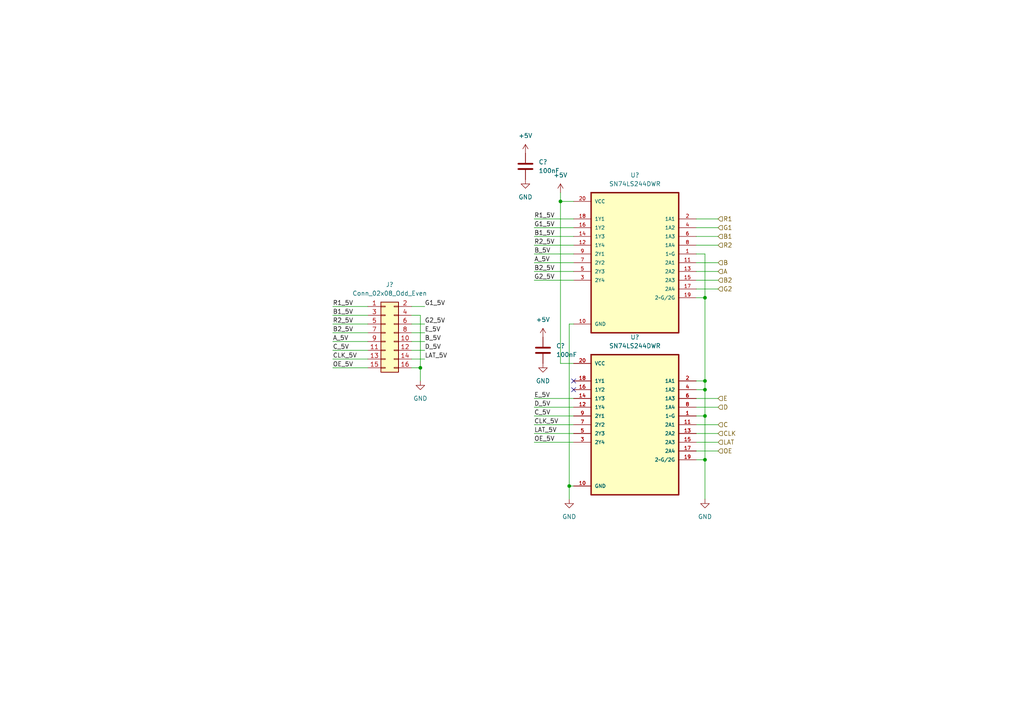
<source format=kicad_sch>
(kicad_sch (version 20230121) (generator eeschema)
  (paper "A4")
  (lib_symbols
    (symbol "Connector_Generic:Conn_02x08_Odd_Even" (pin_names (offset 1.016) hide)
      (property "Reference" "J" (at 1.27 10.16 0))
      (property "Value" "Conn_02x08_Odd_Even" (at 1.27 -12.7 0))
      (symbol "Conn_02x08_Odd_Even_1_1"
        (rectangle (start -1.27 -10.033) (end 0 -10.287) (stroke (width 0.1524)))
        (rectangle (start -1.27 -7.493) (end 0 -7.747) (stroke (width 0.1524)))
        (rectangle (start -1.27 -4.953) (end 0 -5.207) (stroke (width 0.1524)))
        (rectangle (start -1.27 -2.413) (end 0 -2.667) (stroke (width 0.1524)))
        (rectangle (start -1.27 0.127) (end 0 -0.127) (stroke (width 0.1524)))
        (rectangle (start -1.27 2.667) (end 0 2.413) (stroke (width 0.1524)))
        (rectangle (start -1.27 5.207) (end 0 4.953) (stroke (width 0.1524)))
        (rectangle (start -1.27 7.747) (end 0 7.493) (stroke (width 0.1524)))
        (rectangle (start -1.27 8.89) (end 3.81 -11.43) (stroke (width 0.254)) (fill (type background)))
        (rectangle (start 3.81 -10.033) (end 2.54 -10.287) (stroke (width 0.1524)))
        (rectangle (start 3.81 -7.493) (end 2.54 -7.747) (stroke (width 0.1524)))
        (rectangle (start 3.81 -4.953) (end 2.54 -5.207) (stroke (width 0.1524)))
        (rectangle (start 3.81 -2.413) (end 2.54 -2.667) (stroke (width 0.1524)))
        (rectangle (start 3.81 0.127) (end 2.54 -0.127) (stroke (width 0.1524)))
        (rectangle (start 3.81 2.667) (end 2.54 2.413) (stroke (width 0.1524)))
        (rectangle (start 3.81 5.207) (end 2.54 4.953) (stroke (width 0.1524)))
        (rectangle (start 3.81 7.747) (end 2.54 7.493) (stroke (width 0.1524)))
        (pin passive line (at -5.08 7.62 0) (length 3.81) (name "Pin_1") (number "1"))
        (pin passive line (at 7.62 -2.54 180) (length 3.81) (name "Pin_10") (number "10"))
        (pin passive line (at -5.08 -5.08 0) (length 3.81) (name "Pin_11") (number "11"))
        (pin passive line (at 7.62 -5.08 180) (length 3.81) (name "Pin_12") (number "12"))
        (pin passive line (at -5.08 -7.62 0) (length 3.81) (name "Pin_13") (number "13"))
        (pin passive line (at 7.62 -7.62 180) (length 3.81) (name "Pin_14") (number "14"))
        (pin passive line (at -5.08 -10.16 0) (length 3.81) (name "Pin_15") (number "15"))
        (pin passive line (at 7.62 -10.16 180) (length 3.81) (name "Pin_16") (number "16"))
        (pin passive line (at 7.62 7.62 180) (length 3.81) (name "Pin_2") (number "2"))
        (pin passive line (at -5.08 5.08 0) (length 3.81) (name "Pin_3") (number "3"))
        (pin passive line (at 7.62 5.08 180) (length 3.81) (name "Pin_4") (number "4"))
        (pin passive line (at -5.08 2.54 0) (length 3.81) (name "Pin_5") (number "5"))
        (pin passive line (at 7.62 2.54 180) (length 3.81) (name "Pin_6") (number "6"))
        (pin passive line (at -5.08 0 0) (length 3.81) (name "Pin_7") (number "7"))
        (pin passive line (at 7.62 0 180) (length 3.81) (name "Pin_8") (number "8"))
        (pin passive line (at -5.08 -2.54 0) (length 3.81) (name "Pin_9") (number "9"))
      )
    )
    (symbol "Device:C" (pin_numbers hide) (pin_names (offset 0.254))
      (property "Reference" "C" (at 0.635 2.54 0))
      (property "Value" "C" (at 0.635 -2.54 0))
      (symbol "C_0_1"
        (polyline (pts (xy -2.032 -0.762) (xy 2.032 -0.762)) (stroke (width 0.508)))
        (polyline (pts (xy -2.032 0.762) (xy 2.032 0.762)) (stroke (width 0.508)))
      )
      (symbol "C_1_1"
        (pin passive line (at 0 3.81 270) (length 2.794) (name "~") (number "1"))
        (pin passive line (at 0 -3.81 90) (length 2.794) (name "~") (number "2"))
      )
    )
    (symbol "SN74LS244DWR:SN74LS244DWR" (pin_names (offset 1.016))
      (property "Reference" "U" (at -12.7 21.32 0))
      (property "Value" "SN74LS244DWR" (at -12.7 -24.32 0))
      (symbol "SN74LS244DWR_0_0"
        (rectangle (start -12.7 -20.32) (end 12.7 20.32) (stroke (width 0.41)) (fill (type background)))
        (pin input line (at -17.78 2.54 0) (length 5.08) (name "1~G") (number "1"))
        (pin power_in line (at 17.78 -17.78 180) (length 5.08) (name "GND") (number "10"))
        (pin input line (at -17.78 0 0) (length 5.08) (name "2A1") (number "11"))
        (pin output line (at 17.78 5.08 180) (length 5.08) (name "1Y4") (number "12"))
        (pin input line (at -17.78 -2.54 0) (length 5.08) (name "2A2") (number "13"))
        (pin output line (at 17.78 7.62 180) (length 5.08) (name "1Y3") (number "14"))
        (pin input line (at -17.78 -5.08 0) (length 5.08) (name "2A3") (number "15"))
        (pin output line (at 17.78 10.16 180) (length 5.08) (name "1Y2") (number "16"))
        (pin input line (at -17.78 -7.62 0) (length 5.08) (name "2A4") (number "17"))
        (pin output line (at 17.78 12.7 180) (length 5.08) (name "1Y1") (number "18"))
        (pin input line (at -17.78 -10.16 0) (length 5.08) (name "2~G/2G") (number "19"))
        (pin input line (at -17.78 12.7 0) (length 5.08) (name "1A1") (number "2"))
        (pin power_in line (at 17.78 17.78 180) (length 5.08) (name "VCC") (number "20"))
        (pin output line (at 17.78 -5.08 180) (length 5.08) (name "2Y4") (number "3"))
        (pin input line (at -17.78 10.16 0) (length 5.08) (name "1A2") (number "4"))
        (pin output line (at 17.78 -2.54 180) (length 5.08) (name "2Y3") (number "5"))
        (pin input line (at -17.78 7.62 0) (length 5.08) (name "1A3") (number "6"))
        (pin output line (at 17.78 0 180) (length 5.08) (name "2Y2") (number "7"))
        (pin input line (at -17.78 5.08 0) (length 5.08) (name "1A4") (number "8"))
        (pin output line (at 17.78 2.54 180) (length 5.08) (name "2Y1") (number "9"))
      )
    )
    (symbol "power:+5V" (power) (pin_names (offset 0))
      (property "Value" "+5V" (at 0 3.556 0))
      (symbol "+5V_0_1"
        (polyline (pts (xy -0.762 1.27) (xy 0 2.54)))
        (polyline (pts (xy 0 0) (xy 0 2.54)))
        (polyline (pts (xy 0 2.54) (xy 0.762 1.27)))
      )
      (symbol "+5V_1_1"
        (pin power_in line (at 0 0 90) (length 0) hide (name "+5V") (number "1"))
      )
    )
    (symbol "power:GND" (power) (pin_names (offset 0))
      (property "Value" "GND" (at 0 -3.81 0))
      (symbol "GND_0_1"
        (polyline (pts (xy 0 0) (xy 0 -1.27) (xy 1.27 -1.27) (xy 0 -2.54) (xy -1.27 -1.27) (xy 0 -1.27)))
      )
      (symbol "GND_1_1"
        (pin power_in line (at 0 0 270) (length 0) hide (name "GND") (number "1"))
      )
    )
  )
  (junction (at 204.47 113.03))
  (junction (at 204.47 110.49))
  (junction (at 162.56 58.42))
  (junction (at 121.92 106.68))
  (junction (at 165.1 140.97))
  (junction (at 204.47 86.36))
  (junction (at 204.47 133.35))
  (junction (at 204.47 120.65))
  (no_connect (at 166.37 113.03))
  (no_connect (at 166.37 110.49))
  (wire (pts (xy 154.94 120.65) (xy 166.37 120.65)))
  (wire (pts (xy 96.52 104.14) (xy 106.68 104.14)))
  (wire (pts (xy 119.38 106.68) (xy 121.92 106.68)))
  (wire (pts (xy 96.52 106.68) (xy 106.68 106.68)))
  (wire (pts (xy 204.47 144.78) (xy 204.47 133.35)))
  (wire (pts (xy 154.94 76.2) (xy 166.37 76.2)))
  (wire (pts (xy 201.93 113.03) (xy 204.47 113.03)))
  (wire (pts (xy 119.38 99.06) (xy 123.19 99.06)))
  (wire (pts (xy 154.94 118.11) (xy 166.37 118.11)))
  (wire (pts (xy 96.52 91.44) (xy 106.68 91.44)))
  (wire (pts (xy 165.1 140.97) (xy 166.37 140.97)))
  (wire (pts (xy 201.93 125.73) (xy 208.28 125.73)))
  (wire (pts (xy 201.93 128.27) (xy 208.28 128.27)))
  (wire (pts (xy 96.52 99.06) (xy 106.68 99.06)))
  (wire (pts (xy 119.38 104.14) (xy 123.19 104.14)))
  (wire (pts (xy 121.92 106.68) (xy 121.92 110.49)))
  (wire (pts (xy 154.94 63.5) (xy 166.37 63.5)))
  (wire (pts (xy 204.47 133.35) (xy 201.93 133.35)))
  (wire (pts (xy 154.94 115.57) (xy 166.37 115.57)))
  (wire (pts (xy 154.94 73.66) (xy 166.37 73.66)))
  (wire (pts (xy 165.1 93.98) (xy 165.1 140.97)))
  (wire (pts (xy 201.93 123.19) (xy 208.28 123.19)))
  (wire (pts (xy 204.47 73.66) (xy 204.47 86.36)))
  (wire (pts (xy 162.56 58.42) (xy 166.37 58.42)))
  (wire (pts (xy 201.93 118.11) (xy 208.28 118.11)))
  (wire (pts (xy 154.94 123.19) (xy 166.37 123.19)))
  (wire (pts (xy 154.94 125.73) (xy 166.37 125.73)))
  (wire (pts (xy 154.94 78.74) (xy 166.37 78.74)))
  (wire (pts (xy 201.93 115.57) (xy 208.28 115.57)))
  (wire (pts (xy 123.19 93.98) (xy 119.38 93.98)))
  (wire (pts (xy 162.56 105.41) (xy 162.56 58.42)))
  (wire (pts (xy 201.93 76.2) (xy 208.28 76.2)))
  (wire (pts (xy 201.93 130.81) (xy 208.28 130.81)))
  (wire (pts (xy 166.37 93.98) (xy 165.1 93.98)))
  (wire (pts (xy 204.47 110.49) (xy 204.47 113.03)))
  (wire (pts (xy 201.93 83.82) (xy 208.28 83.82)))
  (wire (pts (xy 201.93 120.65) (xy 204.47 120.65)))
  (wire (pts (xy 204.47 86.36) (xy 204.47 110.49)))
  (wire (pts (xy 121.92 91.44) (xy 121.92 106.68)))
  (wire (pts (xy 154.94 71.12) (xy 166.37 71.12)))
  (wire (pts (xy 96.52 93.98) (xy 106.68 93.98)))
  (wire (pts (xy 165.1 144.78) (xy 165.1 140.97)))
  (wire (pts (xy 201.93 66.04) (xy 208.28 66.04)))
  (wire (pts (xy 204.47 120.65) (xy 204.47 133.35)))
  (wire (pts (xy 154.94 66.04) (xy 166.37 66.04)))
  (wire (pts (xy 123.19 88.9) (xy 119.38 88.9)))
  (wire (pts (xy 154.94 68.58) (xy 166.37 68.58)))
  (wire (pts (xy 96.52 101.6) (xy 106.68 101.6)))
  (wire (pts (xy 154.94 128.27) (xy 166.37 128.27)))
  (wire (pts (xy 166.37 105.41) (xy 162.56 105.41)))
  (wire (pts (xy 119.38 91.44) (xy 121.92 91.44)))
  (wire (pts (xy 204.47 113.03) (xy 204.47 120.65)))
  (wire (pts (xy 201.93 71.12) (xy 208.28 71.12)))
  (wire (pts (xy 162.56 55.88) (xy 162.56 58.42)))
  (wire (pts (xy 119.38 101.6) (xy 123.19 101.6)))
  (wire (pts (xy 96.52 96.52) (xy 106.68 96.52)))
  (wire (pts (xy 96.52 88.9) (xy 106.68 88.9)))
  (wire (pts (xy 201.93 63.5) (xy 208.28 63.5)))
  (wire (pts (xy 201.93 68.58) (xy 208.28 68.58)))
  (wire (pts (xy 201.93 78.74) (xy 208.28 78.74)))
  (wire (pts (xy 201.93 86.36) (xy 204.47 86.36)))
  (wire (pts (xy 201.93 73.66) (xy 204.47 73.66)))
  (wire (pts (xy 201.93 81.28) (xy 208.28 81.28)))
  (wire (pts (xy 119.38 96.52) (xy 123.19 96.52)))
  (wire (pts (xy 154.94 81.28) (xy 166.37 81.28)))
  (wire (pts (xy 201.93 110.49) (xy 204.47 110.49)))
  (label "B_5V" (at 123.19 99.06 0))
  (label "OE_5V" (at 96.52 106.68 0))
  (label "OE_5V" (at 154.94 128.27 0))
  (label "R2_5V" (at 154.94 71.12 0))
  (label "G2_5V" (at 154.94 81.28 0))
  (label "B_5V" (at 154.94 73.66 0))
  (label "B1_5V" (at 96.52 91.44 0))
  (label "A_5V" (at 96.52 99.06 0))
  (label "C_5V" (at 154.94 120.65 0))
  (label "R1_5V" (at 96.52 88.9 0))
  (label "R2_5V" (at 96.52 93.98 0))
  (label "G1_5V" (at 154.94 66.04 0))
  (label "B1_5V" (at 154.94 68.58 0))
  (label "D_5V" (at 123.19 101.6 0))
  (label "LAT_5V" (at 123.19 104.14 0))
  (label "B2_5V" (at 154.94 78.74 0))
  (label "E_5V" (at 123.19 96.52 0))
  (label "E_5V" (at 154.94 115.57 0))
  (label "LAT_5V" (at 154.94 125.73 0))
  (label "G1_5V" (at 123.19 88.9 0))
  (label "A_5V" (at 154.94 76.2 0))
  (label "C_5V" (at 96.52 101.6 0))
  (label "B2_5V" (at 96.52 96.52 0))
  (label "R1_5V" (at 154.94 63.5 0))
  (label "CLK_5V" (at 154.94 123.19 0))
  (label "D_5V" (at 154.94 118.11 0))
  (label "G2_5V" (at 123.19 93.98 0))
  (label "CLK_5V" (at 96.52 104.14 0))
  (hierarchical_label "G2" (shape input) (at 208.28 83.82 0))
  (hierarchical_label "CLK" (shape input) (at 208.28 125.73 0))
  (hierarchical_label "B1" (shape input) (at 208.28 68.58 0))
  (hierarchical_label "C" (shape input) (at 208.28 123.19 0))
  (hierarchical_label "R2" (shape input) (at 208.28 71.12 0))
  (hierarchical_label "A" (shape input) (at 208.28 78.74 0))
  (hierarchical_label "LAT" (shape input) (at 208.28 128.27 0))
  (hierarchical_label "E" (shape input) (at 208.28 115.57 0))
  (hierarchical_label "OE" (shape input) (at 208.28 130.81 0))
  (hierarchical_label "D" (shape input) (at 208.28 118.11 0))
  (hierarchical_label "B2" (shape input) (at 208.28 81.28 0))
  (hierarchical_label "R1" (shape input) (at 208.28 63.5 0))
  (hierarchical_label "G1" (shape input) (at 208.28 66.04 0))
  (hierarchical_label "B" (shape input) (at 208.28 76.2 0))
  (symbol (lib_id "power:GND") (at 204.47 144.78 0) (unit 1)
    (property "Reference" "#PWR?" (effects hide))
    (property "Value" "GND" (at 204.47 149.86 0))
    (instances (project "ESP32_RGB_MATRIX" (path "" (reference "#PWR?") (unit 1)) (path "" (reference "#PWR066") (unit 1))))
  )
  (symbol (lib_id "SN74LS244DWR:SN74LS244DWR") (at 184.15 123.19 0) (mirror y) (unit 1)
    (property "Reference" "U?" (at 184.15 97.79 0))
    (property "Value" "SN74LS244DWR" (at 184.15 100.33 0))
    (property "Footprint" "Package_SO:SOIC-20W_7.5x12.8mm_P1.27mm" (effects hide))
    (instances (project "ESP32_RGB_MATRIX" (path "" (reference "U?") (unit 1)) (path "" (reference "U7") (unit 1))))
  )
  (symbol (lib_id "Device:C") (at 152.4 48.26 0) (unit 1)
    (property "Reference" "C?" (at 156.21 46.9899 0) (effects (justify left)))
    (property "Value" "100nF" (at 156.21 49.5299 0) (effects (justify left)))
    (property "Footprint" "Capacitor_SMD:C_0603_1608Metric" (effects hide))
    (instances (project "ESP32_RGB_MATRIX" (path "" (reference "C?") (unit 1)) (path "" (reference "C10") (unit 1))))
  )
  (symbol (lib_id "power:+5V") (at 152.4 44.45 0) (unit 1)
    (property "Reference" "#PWR?" (effects hide))
    (property "Value" "+5V" (at 152.4 39.37 0))
    (instances (project "ESP32_RGB_MATRIX" (path "" (reference "#PWR?") (unit 1)) (path "" (reference "#PWR060") (unit 1))))
  )
  (symbol (lib_id "Connector_Generic:Conn_02x08_Odd_Even") (at 111.76 96.52 0) (unit 1)
    (property "Reference" "J?" (at 113.03 82.55 0))
    (property "Value" "Conn_02x08_Odd_Even" (at 113.03 85.09 0))
    (property "Footprint" "Connector_IDC:IDC-Header_2x08_P2.54mm_Vertical" (effects hide))
    (instances (project "ESP32_RGB_MATRIX" (path "" (reference "J?") (unit 1)) (path "" (reference "J6") (unit 1))))
  )
  (symbol (lib_id "power:+5V") (at 157.48 97.79 0) (unit 1)
    (property "Reference" "#PWR?" (effects hide))
    (property "Value" "+5V" (at 157.48 92.71 0))
    (instances (project "ESP32_RGB_MATRIX" (path "" (reference "#PWR?") (unit 1)) (path "" (reference "#PWR062") (unit 1))))
  )
  (symbol (lib_id "power:+5V") (at 162.56 55.88 0) (unit 1)
    (property "Reference" "#PWR?" (effects hide))
    (property "Value" "+5V" (at 162.56 50.8 0))
    (instances (project "ESP32_RGB_MATRIX" (path "" (reference "#PWR?") (unit 1)) (path "" (reference "#PWR064") (unit 1))))
  )
  (symbol (lib_id "power:GND") (at 152.4 52.07 0) (unit 1)
    (property "Reference" "#PWR?" (effects hide))
    (property "Value" "GND" (at 152.4 57.15 0))
    (instances (project "ESP32_RGB_MATRIX" (path "" (reference "#PWR?") (unit 1)) (path "" (reference "#PWR061") (unit 1))))
  )
  (symbol (lib_id "power:GND") (at 157.48 105.41 0) (unit 1)
    (property "Reference" "#PWR?" (effects hide))
    (property "Value" "GND" (at 157.48 110.49 0))
    (instances (project "ESP32_RGB_MATRIX" (path "" (reference "#PWR?") (unit 1)) (path "" (reference "#PWR063") (unit 1))))
  )
  (symbol (lib_id "SN74LS244DWR:SN74LS244DWR") (at 184.15 76.2 0) (mirror y) (unit 1)
    (property "Reference" "U?" (at 184.15 50.8 0))
    (property "Value" "SN74LS244DWR" (at 184.15 53.34 0))
    (property "Footprint" "Package_SO:SOIC-20W_7.5x12.8mm_P1.27mm" (effects hide))
    (instances (project "ESP32_RGB_MATRIX" (path "" (reference "U?") (unit 1)) (path "" (reference "U6") (unit 1))))
  )
  (symbol (lib_id "Device:C") (at 157.48 101.6 0) (unit 1)
    (property "Reference" "C?" (at 161.29 100.3299 0) (effects (justify left)))
    (property "Value" "100nF" (at 161.29 102.8699 0) (effects (justify left)))
    (property "Footprint" "Capacitor_SMD:C_0603_1608Metric" (effects hide))
    (instances (project "ESP32_RGB_MATRIX" (path "" (reference "C?") (unit 1)) (path "" (reference "C11") (unit 1))))
  )
  (symbol (lib_id "power:GND") (at 165.1 144.78 0) (unit 1)
    (property "Reference" "#PWR?" (effects hide))
    (property "Value" "GND" (at 165.1 149.86 0))
    (instances (project "ESP32_RGB_MATRIX" (path "" (reference "#PWR?") (unit 1)) (path "" (reference "#PWR065") (unit 1))))
  )
  (symbol (lib_id "power:GND") (at 121.92 110.49 0) (unit 1)
    (property "Reference" "#PWR?" (effects hide))
    (property "Value" "GND" (at 121.92 115.57 0))
    (instances (project "ESP32_RGB_MATRIX" (path "" (reference "#PWR?") (unit 1)) (path "" (reference "#PWR059") (unit 1))))
  )
)
</source>
